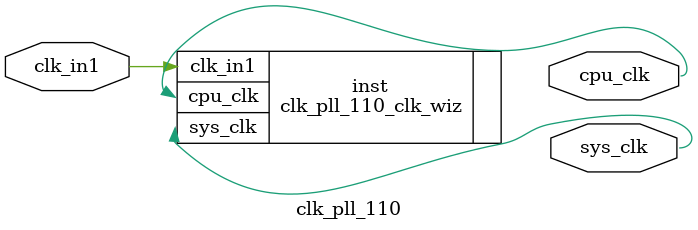
<source format=v>


`timescale 1ps/1ps

(* CORE_GENERATION_INFO = "clk_pll_110,clk_wiz_v6_0_4_0_0,{component_name=clk_pll_110,use_phase_alignment=true,use_min_o_jitter=false,use_max_i_jitter=false,use_dyn_phase_shift=false,use_inclk_switchover=false,use_dyn_reconfig=false,enable_axi=0,feedback_source=FDBK_AUTO,PRIMITIVE=PLL,num_out_clk=2,clkin1_period=10.000,clkin2_period=10.000,use_power_down=false,use_reset=false,use_locked=false,use_inclk_stopped=false,feedback_type=SINGLE,CLOCK_MGR_TYPE=NA,manual_override=false}" *)

module clk_pll_110 
 (
  // Clock out ports
  output        cpu_clk,
  output        sys_clk,
 // Clock in ports
  input         clk_in1
 );

  clk_pll_110_clk_wiz inst
  (
  // Clock out ports  
  .cpu_clk(cpu_clk),
  .sys_clk(sys_clk),
 // Clock in ports
  .clk_in1(clk_in1)
  );

endmodule

</source>
